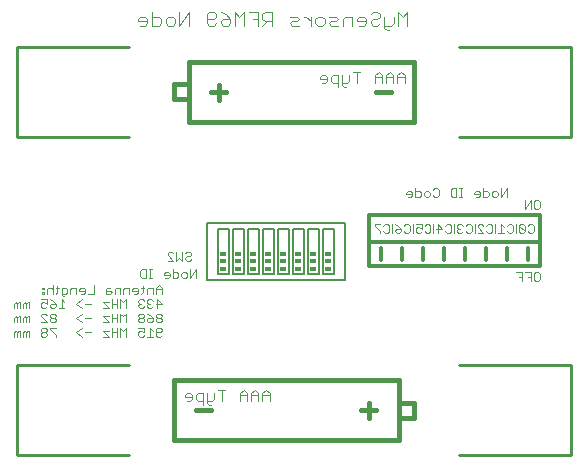
<source format=gbo>
G75*
%MOIN*%
%OFA0B0*%
%FSLAX25Y25*%
%IPPOS*%
%LPD*%
%AMOC8*
5,1,8,0,0,1.08239X$1,22.5*
%
%ADD10C,0.00400*%
%ADD11C,0.00300*%
%ADD12C,0.01200*%
%ADD13C,0.01000*%
%ADD14C,0.01600*%
%ADD15C,0.00800*%
%ADD16C,0.00700*%
%ADD17C,0.00600*%
%ADD18R,0.02000X0.01500*%
D10*
X0133694Y0156465D02*
X0134461Y0156465D01*
X0133694Y0156465D02*
X0132927Y0157233D01*
X0132927Y0161069D01*
X0131392Y0161069D02*
X0130625Y0160302D01*
X0129090Y0160302D01*
X0128323Y0159535D01*
X0128323Y0158767D01*
X0129090Y0158000D01*
X0130625Y0158000D01*
X0131392Y0158767D01*
X0132927Y0158000D02*
X0135229Y0158000D01*
X0135996Y0158767D01*
X0135996Y0161069D01*
X0137531Y0162604D02*
X0137531Y0158000D01*
X0140600Y0158000D02*
X0140600Y0162604D01*
X0139065Y0161069D01*
X0137531Y0162604D01*
X0131392Y0161837D02*
X0131392Y0161069D01*
X0131392Y0161837D02*
X0130625Y0162604D01*
X0129090Y0162604D01*
X0128323Y0161837D01*
X0126788Y0160302D02*
X0126788Y0158767D01*
X0126021Y0158000D01*
X0124486Y0158000D01*
X0123719Y0159535D02*
X0126788Y0159535D01*
X0126788Y0160302D02*
X0126021Y0161069D01*
X0124486Y0161069D01*
X0123719Y0160302D01*
X0123719Y0159535D01*
X0122184Y0158000D02*
X0122184Y0161069D01*
X0119882Y0161069D01*
X0119115Y0160302D01*
X0119115Y0158000D01*
X0117580Y0158000D02*
X0115278Y0158000D01*
X0114511Y0158767D01*
X0115278Y0159535D01*
X0116813Y0159535D01*
X0117580Y0160302D01*
X0116813Y0161069D01*
X0114511Y0161069D01*
X0112976Y0160302D02*
X0112976Y0158767D01*
X0112209Y0158000D01*
X0110674Y0158000D01*
X0109907Y0158767D01*
X0109907Y0160302D01*
X0110674Y0161069D01*
X0112209Y0161069D01*
X0112976Y0160302D01*
X0108373Y0161069D02*
X0108373Y0158000D01*
X0108373Y0159535D02*
X0106838Y0161069D01*
X0106071Y0161069D01*
X0104536Y0160302D02*
X0103769Y0159535D01*
X0102234Y0159535D01*
X0101467Y0158767D01*
X0102234Y0158000D01*
X0104536Y0158000D01*
X0104536Y0160302D02*
X0103769Y0161069D01*
X0101467Y0161069D01*
X0095328Y0159535D02*
X0093026Y0159535D01*
X0092259Y0160302D01*
X0092259Y0161837D01*
X0093026Y0162604D01*
X0095328Y0162604D01*
X0095328Y0158000D01*
X0093793Y0159535D02*
X0092259Y0158000D01*
X0090724Y0158000D02*
X0090724Y0162604D01*
X0087655Y0162604D01*
X0086120Y0162604D02*
X0084586Y0161069D01*
X0083051Y0162604D01*
X0083051Y0158000D01*
X0081516Y0158767D02*
X0080749Y0158000D01*
X0079214Y0158000D01*
X0078447Y0158767D01*
X0078447Y0159535D01*
X0079214Y0160302D01*
X0081516Y0160302D01*
X0081516Y0158767D01*
X0081516Y0160302D02*
X0079982Y0161837D01*
X0078447Y0162604D01*
X0076912Y0161837D02*
X0076912Y0161069D01*
X0076145Y0160302D01*
X0073843Y0160302D01*
X0073843Y0161837D02*
X0074610Y0162604D01*
X0076145Y0162604D01*
X0076912Y0161837D01*
X0076912Y0158767D02*
X0076145Y0158000D01*
X0074610Y0158000D01*
X0073843Y0158767D01*
X0073843Y0161837D01*
X0067705Y0162604D02*
X0067705Y0158000D01*
X0064635Y0158000D02*
X0064635Y0162604D01*
X0062333Y0161069D02*
X0063101Y0160302D01*
X0063101Y0158767D01*
X0062333Y0158000D01*
X0060799Y0158000D01*
X0060031Y0158767D01*
X0060031Y0160302D01*
X0060799Y0161069D01*
X0062333Y0161069D01*
X0058497Y0160302D02*
X0058497Y0158767D01*
X0057729Y0158000D01*
X0055427Y0158000D01*
X0055427Y0162604D01*
X0055427Y0161069D02*
X0057729Y0161069D01*
X0058497Y0160302D01*
X0053893Y0160302D02*
X0053893Y0158767D01*
X0053125Y0158000D01*
X0051591Y0158000D01*
X0050823Y0159535D02*
X0053893Y0159535D01*
X0053893Y0160302D02*
X0053125Y0161069D01*
X0051591Y0161069D01*
X0050823Y0160302D01*
X0050823Y0159535D01*
X0064635Y0158000D02*
X0067705Y0162604D01*
X0086120Y0162604D02*
X0086120Y0158000D01*
X0089190Y0160302D02*
X0090724Y0160302D01*
D11*
X0111399Y0140802D02*
X0111399Y0140184D01*
X0113868Y0140184D01*
X0113868Y0139567D02*
X0113868Y0140802D01*
X0113251Y0141419D01*
X0112016Y0141419D01*
X0111399Y0140802D01*
X0112016Y0138950D02*
X0113251Y0138950D01*
X0113868Y0139567D01*
X0115082Y0139567D02*
X0115082Y0140802D01*
X0115700Y0141419D01*
X0117551Y0141419D01*
X0117551Y0137716D01*
X0117551Y0138950D02*
X0115700Y0138950D01*
X0115082Y0139567D01*
X0118766Y0138950D02*
X0120617Y0138950D01*
X0121234Y0139567D01*
X0121234Y0141419D01*
X0122449Y0142653D02*
X0124917Y0142653D01*
X0123683Y0142653D02*
X0123683Y0138950D01*
X0120000Y0137716D02*
X0119383Y0137716D01*
X0118766Y0138333D01*
X0118766Y0141419D01*
X0129815Y0141419D02*
X0129815Y0138950D01*
X0129815Y0140802D02*
X0132284Y0140802D01*
X0132284Y0141419D02*
X0131049Y0142653D01*
X0129815Y0141419D01*
X0132284Y0141419D02*
X0132284Y0138950D01*
X0133498Y0138950D02*
X0133498Y0141419D01*
X0134732Y0142653D01*
X0135967Y0141419D01*
X0135967Y0138950D01*
X0137181Y0138950D02*
X0137181Y0141419D01*
X0138416Y0142653D01*
X0139650Y0141419D01*
X0139650Y0138950D01*
X0139650Y0140802D02*
X0137181Y0140802D01*
X0135967Y0140802D02*
X0133498Y0140802D01*
X0143232Y0103852D02*
X0143232Y0100950D01*
X0144683Y0100950D01*
X0145167Y0101434D01*
X0145167Y0102401D01*
X0144683Y0102885D01*
X0143232Y0102885D01*
X0142220Y0102401D02*
X0141737Y0102885D01*
X0140769Y0102885D01*
X0140285Y0102401D01*
X0140285Y0101917D01*
X0142220Y0101917D01*
X0142220Y0101434D02*
X0142220Y0102401D01*
X0142220Y0101434D02*
X0141737Y0100950D01*
X0140769Y0100950D01*
X0146179Y0101434D02*
X0146662Y0100950D01*
X0147630Y0100950D01*
X0148114Y0101434D01*
X0148114Y0102401D01*
X0147630Y0102885D01*
X0146662Y0102885D01*
X0146179Y0102401D01*
X0146179Y0101434D01*
X0149125Y0101434D02*
X0149609Y0100950D01*
X0150576Y0100950D01*
X0151060Y0101434D01*
X0151060Y0103369D01*
X0150576Y0103852D01*
X0149609Y0103852D01*
X0149125Y0103369D01*
X0155018Y0103369D02*
X0155018Y0101434D01*
X0155502Y0100950D01*
X0156953Y0100950D01*
X0156953Y0103852D01*
X0155502Y0103852D01*
X0155018Y0103369D01*
X0157950Y0103852D02*
X0158917Y0103852D01*
X0158434Y0103852D02*
X0158434Y0100950D01*
X0158917Y0100950D02*
X0157950Y0100950D01*
X0162875Y0101917D02*
X0164810Y0101917D01*
X0164810Y0101434D02*
X0164810Y0102401D01*
X0164327Y0102885D01*
X0163359Y0102885D01*
X0162875Y0102401D01*
X0162875Y0101917D01*
X0163359Y0100950D02*
X0164327Y0100950D01*
X0164810Y0101434D01*
X0165822Y0100950D02*
X0167273Y0100950D01*
X0167757Y0101434D01*
X0167757Y0102401D01*
X0167273Y0102885D01*
X0165822Y0102885D01*
X0165822Y0103852D02*
X0165822Y0100950D01*
X0168769Y0101434D02*
X0168769Y0102401D01*
X0169252Y0102885D01*
X0170220Y0102885D01*
X0170703Y0102401D01*
X0170703Y0101434D01*
X0170220Y0100950D01*
X0169252Y0100950D01*
X0168769Y0101434D01*
X0171715Y0100950D02*
X0171715Y0103852D01*
X0173650Y0103852D02*
X0171715Y0100950D01*
X0173650Y0100950D02*
X0173650Y0103852D01*
X0179769Y0099852D02*
X0179769Y0096950D01*
X0181703Y0099852D01*
X0181703Y0096950D01*
X0182715Y0097434D02*
X0182715Y0099369D01*
X0183199Y0099852D01*
X0184166Y0099852D01*
X0184650Y0099369D01*
X0184650Y0097434D01*
X0184166Y0096950D01*
X0183199Y0096950D01*
X0182715Y0097434D01*
X0182166Y0091852D02*
X0181199Y0091852D01*
X0180715Y0091369D01*
X0179703Y0091369D02*
X0179220Y0091852D01*
X0178252Y0091852D01*
X0177769Y0091369D01*
X0179703Y0089434D01*
X0179220Y0088950D01*
X0178252Y0088950D01*
X0177769Y0089434D01*
X0177769Y0091369D01*
X0176757Y0091852D02*
X0176757Y0088950D01*
X0175775Y0089434D02*
X0175291Y0088950D01*
X0174324Y0088950D01*
X0173840Y0089434D01*
X0172828Y0088950D02*
X0170893Y0088950D01*
X0171861Y0088950D02*
X0171861Y0091852D01*
X0172828Y0090885D01*
X0173840Y0091369D02*
X0174324Y0091852D01*
X0175291Y0091852D01*
X0175775Y0091369D01*
X0175775Y0089434D01*
X0179703Y0089434D02*
X0179703Y0091369D01*
X0180715Y0089434D02*
X0181199Y0088950D01*
X0182166Y0088950D01*
X0182650Y0089434D01*
X0182650Y0091369D01*
X0182166Y0091852D01*
X0169882Y0091852D02*
X0169882Y0088950D01*
X0168900Y0089434D02*
X0168416Y0088950D01*
X0167448Y0088950D01*
X0166965Y0089434D01*
X0165953Y0088950D02*
X0164018Y0088950D01*
X0163007Y0088950D02*
X0163007Y0091852D01*
X0162024Y0091369D02*
X0162024Y0089434D01*
X0161541Y0088950D01*
X0160573Y0088950D01*
X0160089Y0089434D01*
X0159078Y0089434D02*
X0158594Y0088950D01*
X0157627Y0088950D01*
X0157143Y0089434D01*
X0157143Y0089917D01*
X0157627Y0090401D01*
X0158110Y0090401D01*
X0157627Y0090401D02*
X0157143Y0090885D01*
X0157143Y0091369D01*
X0157627Y0091852D01*
X0158594Y0091852D01*
X0159078Y0091369D01*
X0160089Y0091369D02*
X0160573Y0091852D01*
X0161541Y0091852D01*
X0162024Y0091369D01*
X0164018Y0091369D02*
X0164018Y0090885D01*
X0165953Y0088950D01*
X0168900Y0089434D02*
X0168900Y0091369D01*
X0168416Y0091852D01*
X0167448Y0091852D01*
X0166965Y0091369D01*
X0165953Y0091369D02*
X0165469Y0091852D01*
X0164502Y0091852D01*
X0164018Y0091369D01*
X0156131Y0091852D02*
X0156131Y0088950D01*
X0155149Y0089434D02*
X0154665Y0088950D01*
X0153698Y0088950D01*
X0153214Y0089434D01*
X0152203Y0090401D02*
X0150268Y0090401D01*
X0150751Y0088950D02*
X0150751Y0091852D01*
X0152203Y0090401D01*
X0153214Y0091369D02*
X0153698Y0091852D01*
X0154665Y0091852D01*
X0155149Y0091369D01*
X0155149Y0089434D01*
X0149256Y0088950D02*
X0149256Y0091852D01*
X0148274Y0091369D02*
X0148274Y0089434D01*
X0147790Y0088950D01*
X0146823Y0088950D01*
X0146339Y0089434D01*
X0145327Y0089434D02*
X0144844Y0088950D01*
X0143876Y0088950D01*
X0143392Y0089434D01*
X0143392Y0090401D01*
X0143876Y0090885D01*
X0144360Y0090885D01*
X0145327Y0090401D01*
X0145327Y0091852D01*
X0143392Y0091852D01*
X0142381Y0091852D02*
X0142381Y0088950D01*
X0141399Y0089434D02*
X0140915Y0088950D01*
X0139948Y0088950D01*
X0139464Y0089434D01*
X0138452Y0089434D02*
X0137968Y0088950D01*
X0137001Y0088950D01*
X0136517Y0089434D01*
X0136517Y0089917D01*
X0137001Y0090401D01*
X0138452Y0090401D01*
X0138452Y0089434D01*
X0138452Y0090401D02*
X0137485Y0091369D01*
X0136517Y0091852D01*
X0135506Y0091852D02*
X0135506Y0088950D01*
X0134524Y0089434D02*
X0134040Y0088950D01*
X0133072Y0088950D01*
X0132589Y0089434D01*
X0131577Y0089434D02*
X0131577Y0088950D01*
X0131577Y0089434D02*
X0129642Y0091369D01*
X0129642Y0091852D01*
X0131577Y0091852D01*
X0132589Y0091369D02*
X0133072Y0091852D01*
X0134040Y0091852D01*
X0134524Y0091369D01*
X0134524Y0089434D01*
X0139464Y0091369D02*
X0139948Y0091852D01*
X0140915Y0091852D01*
X0141399Y0091369D01*
X0141399Y0089434D01*
X0146339Y0091369D02*
X0146823Y0091852D01*
X0147790Y0091852D01*
X0148274Y0091369D01*
X0176822Y0075852D02*
X0178757Y0075852D01*
X0178757Y0072950D01*
X0178757Y0074401D02*
X0177789Y0074401D01*
X0179769Y0075852D02*
X0181703Y0075852D01*
X0181703Y0072950D01*
X0182715Y0073434D02*
X0182715Y0075369D01*
X0183199Y0075852D01*
X0184166Y0075852D01*
X0184650Y0075369D01*
X0184650Y0073434D01*
X0184166Y0072950D01*
X0183199Y0072950D01*
X0182715Y0073434D01*
X0181703Y0074401D02*
X0180736Y0074401D01*
X0094650Y0035419D02*
X0094650Y0032950D01*
X0094650Y0034802D02*
X0092181Y0034802D01*
X0092181Y0035419D02*
X0092181Y0032950D01*
X0090967Y0032950D02*
X0090967Y0035419D01*
X0089732Y0036653D01*
X0088498Y0035419D01*
X0088498Y0032950D01*
X0087284Y0032950D02*
X0087284Y0035419D01*
X0086049Y0036653D01*
X0084815Y0035419D01*
X0084815Y0032950D01*
X0084815Y0034802D02*
X0087284Y0034802D01*
X0088498Y0034802D02*
X0090967Y0034802D01*
X0092181Y0035419D02*
X0093416Y0036653D01*
X0094650Y0035419D01*
X0079917Y0036653D02*
X0077449Y0036653D01*
X0078683Y0036653D02*
X0078683Y0032950D01*
X0076234Y0033567D02*
X0076234Y0035419D01*
X0073766Y0035419D02*
X0073766Y0032333D01*
X0074383Y0031716D01*
X0075000Y0031716D01*
X0075617Y0032950D02*
X0073766Y0032950D01*
X0072551Y0032950D02*
X0070700Y0032950D01*
X0070082Y0033567D01*
X0070082Y0034802D01*
X0070700Y0035419D01*
X0072551Y0035419D01*
X0072551Y0031716D01*
X0068868Y0033567D02*
X0068868Y0034802D01*
X0068251Y0035419D01*
X0067016Y0035419D01*
X0066399Y0034802D01*
X0066399Y0034184D01*
X0068868Y0034184D01*
X0068868Y0033567D02*
X0068251Y0032950D01*
X0067016Y0032950D01*
X0075617Y0032950D02*
X0076234Y0033567D01*
X0058204Y0054350D02*
X0057236Y0054350D01*
X0056752Y0054834D01*
X0056752Y0056769D01*
X0057236Y0057252D01*
X0058204Y0057252D01*
X0058687Y0056769D01*
X0058687Y0056285D01*
X0058204Y0055801D01*
X0056752Y0055801D01*
X0055741Y0056285D02*
X0054773Y0057252D01*
X0054773Y0054350D01*
X0053806Y0054350D02*
X0055741Y0054350D01*
X0058204Y0054350D02*
X0058687Y0054834D01*
X0058204Y0059150D02*
X0058687Y0059634D01*
X0058687Y0060117D01*
X0058204Y0060601D01*
X0057236Y0060601D01*
X0056752Y0060117D01*
X0056752Y0059634D01*
X0057236Y0059150D01*
X0058204Y0059150D01*
X0058204Y0060601D02*
X0058687Y0061085D01*
X0058687Y0061569D01*
X0058204Y0062052D01*
X0057236Y0062052D01*
X0056752Y0061569D01*
X0056752Y0061085D01*
X0057236Y0060601D01*
X0055741Y0060601D02*
X0054773Y0061569D01*
X0053806Y0062052D01*
X0052794Y0061569D02*
X0052794Y0061085D01*
X0052311Y0060601D01*
X0051343Y0060601D01*
X0050859Y0060117D01*
X0050859Y0059634D01*
X0051343Y0059150D01*
X0052311Y0059150D01*
X0052794Y0059634D01*
X0052794Y0060117D01*
X0052311Y0060601D01*
X0051343Y0060601D02*
X0050859Y0061085D01*
X0050859Y0061569D01*
X0051343Y0062052D01*
X0052311Y0062052D01*
X0052794Y0061569D01*
X0053806Y0060117D02*
X0054290Y0060601D01*
X0055741Y0060601D01*
X0055741Y0059634D01*
X0055257Y0059150D01*
X0054290Y0059150D01*
X0053806Y0059634D01*
X0053806Y0060117D01*
X0052794Y0057252D02*
X0050859Y0057252D01*
X0051343Y0056285D02*
X0050859Y0055801D01*
X0050859Y0054834D01*
X0051343Y0054350D01*
X0052311Y0054350D01*
X0052794Y0054834D01*
X0052794Y0055801D02*
X0051827Y0056285D01*
X0051343Y0056285D01*
X0052794Y0055801D02*
X0052794Y0057252D01*
X0046901Y0057252D02*
X0046901Y0054350D01*
X0044966Y0054350D02*
X0044966Y0057252D01*
X0045934Y0056285D01*
X0046901Y0057252D01*
X0046901Y0059150D02*
X0046901Y0062052D01*
X0045934Y0061085D01*
X0044966Y0062052D01*
X0044966Y0059150D01*
X0043955Y0059150D02*
X0043955Y0062052D01*
X0043955Y0060601D02*
X0042020Y0060601D01*
X0041008Y0061085D02*
X0039073Y0061085D01*
X0041008Y0059150D01*
X0039073Y0059150D01*
X0042020Y0059150D02*
X0042020Y0062052D01*
X0042020Y0063950D02*
X0042020Y0066852D01*
X0041008Y0065885D02*
X0039073Y0065885D01*
X0041008Y0063950D01*
X0039073Y0063950D01*
X0042020Y0065401D02*
X0043955Y0065401D01*
X0043955Y0063950D02*
X0043955Y0066852D01*
X0044966Y0066852D02*
X0044966Y0063950D01*
X0046901Y0063950D02*
X0046901Y0066852D01*
X0045934Y0065885D01*
X0044966Y0066852D01*
X0044937Y0068750D02*
X0044937Y0070685D01*
X0043486Y0070685D01*
X0043002Y0070201D01*
X0043002Y0068750D01*
X0041990Y0069234D02*
X0041507Y0069717D01*
X0040055Y0069717D01*
X0040055Y0070201D02*
X0040055Y0068750D01*
X0041507Y0068750D01*
X0041990Y0069234D01*
X0041507Y0070685D02*
X0040539Y0070685D01*
X0040055Y0070201D01*
X0036097Y0068750D02*
X0034162Y0068750D01*
X0033151Y0069234D02*
X0032667Y0068750D01*
X0031700Y0068750D01*
X0031216Y0069717D02*
X0033151Y0069717D01*
X0033151Y0069234D02*
X0033151Y0070201D01*
X0032667Y0070685D01*
X0031700Y0070685D01*
X0031216Y0070201D01*
X0031216Y0069717D01*
X0030204Y0068750D02*
X0030204Y0070685D01*
X0028753Y0070685D01*
X0028269Y0070201D01*
X0028269Y0068750D01*
X0027258Y0069234D02*
X0026774Y0068750D01*
X0025323Y0068750D01*
X0025323Y0068266D02*
X0025323Y0070685D01*
X0026774Y0070685D01*
X0027258Y0070201D01*
X0027258Y0069234D01*
X0026290Y0067783D02*
X0025807Y0067783D01*
X0025323Y0068266D01*
X0025308Y0066852D02*
X0025308Y0063950D01*
X0024341Y0063950D02*
X0026276Y0063950D01*
X0030234Y0065401D02*
X0032169Y0063950D01*
X0033180Y0065401D02*
X0035115Y0065401D01*
X0032169Y0066852D02*
X0030234Y0065401D01*
X0026276Y0065885D02*
X0025308Y0066852D01*
X0023329Y0065401D02*
X0021878Y0065401D01*
X0021394Y0064917D01*
X0021394Y0064434D01*
X0021878Y0063950D01*
X0022845Y0063950D01*
X0023329Y0064434D01*
X0023329Y0065401D01*
X0022362Y0066369D01*
X0021394Y0066852D01*
X0020383Y0066852D02*
X0020383Y0065401D01*
X0019415Y0065885D01*
X0018931Y0065885D01*
X0018448Y0065401D01*
X0018448Y0064434D01*
X0018931Y0063950D01*
X0019899Y0063950D01*
X0020383Y0064434D01*
X0020383Y0066852D02*
X0018448Y0066852D01*
X0018917Y0068750D02*
X0019400Y0068750D01*
X0019400Y0069234D01*
X0018917Y0069234D01*
X0018917Y0068750D01*
X0018917Y0070201D02*
X0019400Y0070201D01*
X0019400Y0070685D01*
X0018917Y0070685D01*
X0018917Y0070201D01*
X0020412Y0070201D02*
X0020412Y0068750D01*
X0020412Y0070201D02*
X0020896Y0070685D01*
X0021863Y0070685D01*
X0022347Y0070201D01*
X0023344Y0070685D02*
X0024311Y0070685D01*
X0023828Y0071169D02*
X0023828Y0069234D01*
X0023344Y0068750D01*
X0022347Y0068750D02*
X0022347Y0071652D01*
X0014490Y0065885D02*
X0014006Y0065885D01*
X0013522Y0065401D01*
X0013038Y0065885D01*
X0012555Y0065401D01*
X0012555Y0063950D01*
X0013522Y0063950D02*
X0013522Y0065401D01*
X0014490Y0065885D02*
X0014490Y0063950D01*
X0014490Y0061085D02*
X0014006Y0061085D01*
X0013522Y0060601D01*
X0013038Y0061085D01*
X0012555Y0060601D01*
X0012555Y0059150D01*
X0013522Y0059150D02*
X0013522Y0060601D01*
X0014490Y0061085D02*
X0014490Y0059150D01*
X0014490Y0056285D02*
X0014006Y0056285D01*
X0013522Y0055801D01*
X0013038Y0056285D01*
X0012555Y0055801D01*
X0012555Y0054350D01*
X0013522Y0054350D02*
X0013522Y0055801D01*
X0014490Y0056285D02*
X0014490Y0054350D01*
X0011543Y0054350D02*
X0011543Y0056285D01*
X0011059Y0056285D01*
X0010576Y0055801D01*
X0010092Y0056285D01*
X0009608Y0055801D01*
X0009608Y0054350D01*
X0010576Y0054350D02*
X0010576Y0055801D01*
X0010576Y0059150D02*
X0010576Y0060601D01*
X0010092Y0061085D01*
X0009608Y0060601D01*
X0009608Y0059150D01*
X0010576Y0060601D02*
X0011059Y0061085D01*
X0011543Y0061085D01*
X0011543Y0059150D01*
X0011543Y0063950D02*
X0011543Y0065885D01*
X0011059Y0065885D01*
X0010576Y0065401D01*
X0010092Y0065885D01*
X0009608Y0065401D01*
X0009608Y0063950D01*
X0010576Y0063950D02*
X0010576Y0065401D01*
X0018448Y0061569D02*
X0018931Y0062052D01*
X0019899Y0062052D01*
X0020383Y0061569D01*
X0021394Y0061569D02*
X0021394Y0061085D01*
X0021878Y0060601D01*
X0022845Y0060601D01*
X0023329Y0061085D01*
X0023329Y0061569D01*
X0022845Y0062052D01*
X0021878Y0062052D01*
X0021394Y0061569D01*
X0021878Y0060601D02*
X0021394Y0060117D01*
X0021394Y0059634D01*
X0021878Y0059150D01*
X0022845Y0059150D01*
X0023329Y0059634D01*
X0023329Y0060117D01*
X0022845Y0060601D01*
X0020383Y0059150D02*
X0018448Y0061085D01*
X0018448Y0061569D01*
X0018448Y0059150D02*
X0020383Y0059150D01*
X0019899Y0057252D02*
X0018931Y0057252D01*
X0018448Y0056769D01*
X0018448Y0056285D01*
X0018931Y0055801D01*
X0019899Y0055801D01*
X0020383Y0056285D01*
X0020383Y0056769D01*
X0019899Y0057252D01*
X0019899Y0055801D02*
X0020383Y0055317D01*
X0020383Y0054834D01*
X0019899Y0054350D01*
X0018931Y0054350D01*
X0018448Y0054834D01*
X0018448Y0055317D01*
X0018931Y0055801D01*
X0021394Y0056769D02*
X0023329Y0054834D01*
X0023329Y0054350D01*
X0023329Y0057252D02*
X0021394Y0057252D01*
X0021394Y0056769D01*
X0030234Y0055801D02*
X0032169Y0054350D01*
X0033180Y0055801D02*
X0035115Y0055801D01*
X0032169Y0057252D02*
X0030234Y0055801D01*
X0032169Y0059150D02*
X0030234Y0060601D01*
X0032169Y0062052D01*
X0033180Y0060601D02*
X0035115Y0060601D01*
X0039073Y0056285D02*
X0041008Y0054350D01*
X0039073Y0054350D01*
X0039073Y0056285D02*
X0041008Y0056285D01*
X0042020Y0055801D02*
X0043955Y0055801D01*
X0043955Y0054350D02*
X0043955Y0057252D01*
X0042020Y0057252D02*
X0042020Y0054350D01*
X0051343Y0063950D02*
X0052311Y0063950D01*
X0052794Y0064434D01*
X0053806Y0064434D02*
X0054290Y0063950D01*
X0055257Y0063950D01*
X0055741Y0064434D01*
X0054773Y0065401D02*
X0054290Y0065401D01*
X0053806Y0064917D01*
X0053806Y0064434D01*
X0054290Y0065401D02*
X0053806Y0065885D01*
X0053806Y0066369D01*
X0054290Y0066852D01*
X0055257Y0066852D01*
X0055741Y0066369D01*
X0056752Y0065401D02*
X0058687Y0065401D01*
X0057236Y0066852D01*
X0057236Y0063950D01*
X0052794Y0066369D02*
X0052311Y0066852D01*
X0051343Y0066852D01*
X0050859Y0066369D01*
X0050859Y0065885D01*
X0051343Y0065401D01*
X0050859Y0064917D01*
X0050859Y0064434D01*
X0051343Y0063950D01*
X0051343Y0065401D02*
X0051827Y0065401D01*
X0051827Y0068750D02*
X0052311Y0069234D01*
X0052311Y0071169D01*
X0052794Y0070685D02*
X0051827Y0070685D01*
X0050830Y0070201D02*
X0050346Y0070685D01*
X0049379Y0070685D01*
X0048895Y0070201D01*
X0048895Y0069717D01*
X0050830Y0069717D01*
X0050830Y0069234D02*
X0050830Y0070201D01*
X0050830Y0069234D02*
X0050346Y0068750D01*
X0049379Y0068750D01*
X0047883Y0068750D02*
X0047883Y0070685D01*
X0046432Y0070685D01*
X0045948Y0070201D01*
X0045948Y0068750D01*
X0051518Y0074434D02*
X0052002Y0073950D01*
X0053453Y0073950D01*
X0053453Y0076852D01*
X0052002Y0076852D01*
X0051518Y0076369D01*
X0051518Y0074434D01*
X0054450Y0073950D02*
X0055417Y0073950D01*
X0054934Y0073950D02*
X0054934Y0076852D01*
X0055417Y0076852D02*
X0054450Y0076852D01*
X0059375Y0075401D02*
X0059375Y0074917D01*
X0061310Y0074917D01*
X0061310Y0074434D02*
X0061310Y0075401D01*
X0060827Y0075885D01*
X0059859Y0075885D01*
X0059375Y0075401D01*
X0059859Y0073950D02*
X0060827Y0073950D01*
X0061310Y0074434D01*
X0062322Y0073950D02*
X0063773Y0073950D01*
X0064257Y0074434D01*
X0064257Y0075401D01*
X0063773Y0075885D01*
X0062322Y0075885D01*
X0062322Y0076852D02*
X0062322Y0073950D01*
X0065269Y0074434D02*
X0065752Y0073950D01*
X0066720Y0073950D01*
X0067203Y0074434D01*
X0067203Y0075401D01*
X0066720Y0075885D01*
X0065752Y0075885D01*
X0065269Y0075401D01*
X0065269Y0074434D01*
X0068215Y0073950D02*
X0068215Y0076852D01*
X0070150Y0076852D02*
X0068215Y0073950D01*
X0070150Y0073950D02*
X0070150Y0076852D01*
X0068006Y0079750D02*
X0068490Y0080234D01*
X0068006Y0079750D02*
X0067038Y0079750D01*
X0066555Y0080234D01*
X0066555Y0080717D01*
X0067038Y0081201D01*
X0068006Y0081201D01*
X0068490Y0081685D01*
X0068490Y0082169D01*
X0068006Y0082652D01*
X0067038Y0082652D01*
X0066555Y0082169D01*
X0065543Y0082652D02*
X0065543Y0079750D01*
X0064576Y0080717D01*
X0063608Y0079750D01*
X0063608Y0082652D01*
X0062597Y0082169D02*
X0062113Y0082652D01*
X0061145Y0082652D01*
X0060662Y0082169D01*
X0060662Y0081685D01*
X0062597Y0079750D01*
X0060662Y0079750D01*
X0057720Y0071652D02*
X0056752Y0070685D01*
X0056752Y0068750D01*
X0055741Y0068750D02*
X0055741Y0070685D01*
X0054290Y0070685D01*
X0053806Y0070201D01*
X0053806Y0068750D01*
X0056752Y0070201D02*
X0058687Y0070201D01*
X0058687Y0070685D02*
X0057720Y0071652D01*
X0058687Y0070685D02*
X0058687Y0068750D01*
X0036097Y0068750D02*
X0036097Y0071652D01*
D12*
X0127800Y0077800D02*
X0127800Y0085800D01*
X0184800Y0085800D01*
X0184800Y0077800D01*
X0127800Y0077800D01*
X0131800Y0079800D02*
X0131800Y0083800D01*
X0127800Y0085800D02*
X0127800Y0094800D01*
X0184800Y0094800D01*
X0184800Y0085800D01*
X0180800Y0083800D02*
X0180800Y0079800D01*
X0173800Y0079800D02*
X0173800Y0083800D01*
X0166800Y0083800D02*
X0166800Y0079800D01*
X0159800Y0079800D02*
X0159800Y0083800D01*
X0152800Y0083800D02*
X0152800Y0079800D01*
X0145800Y0079800D02*
X0145800Y0083800D01*
X0138800Y0083800D02*
X0138800Y0079800D01*
D13*
X0010500Y0044800D02*
X0010500Y0014800D01*
X0047800Y0014800D01*
X0047800Y0044800D02*
X0010500Y0044800D01*
X0010500Y0120800D02*
X0047800Y0120800D01*
X0047800Y0150800D02*
X0010500Y0150800D01*
X0010500Y0120800D01*
X0157800Y0120800D02*
X0195100Y0120800D01*
X0195100Y0150800D01*
X0157800Y0150800D01*
X0157800Y0044800D02*
X0195100Y0044800D01*
X0195100Y0014800D01*
X0157800Y0014800D01*
D14*
X0142800Y0027100D02*
X0137800Y0027100D01*
X0137800Y0019800D01*
X0062800Y0019800D01*
X0062800Y0039800D01*
X0137800Y0039800D01*
X0137800Y0032100D01*
X0142800Y0032100D01*
X0142800Y0027100D01*
X0137800Y0027100D02*
X0137800Y0032100D01*
X0130300Y0029800D02*
X0125300Y0029800D01*
X0127800Y0032300D02*
X0127800Y0027300D01*
X0075300Y0029800D02*
X0070300Y0029800D01*
X0067800Y0125800D02*
X0067800Y0133500D01*
X0062800Y0133500D01*
X0062800Y0138500D01*
X0067800Y0138500D01*
X0067800Y0145800D01*
X0142800Y0145800D01*
X0142800Y0125800D01*
X0067800Y0125800D01*
X0067800Y0133500D02*
X0067800Y0138500D01*
X0075300Y0135800D02*
X0080300Y0135800D01*
X0077800Y0133300D02*
X0077800Y0138300D01*
X0130300Y0135800D02*
X0135300Y0135800D01*
D15*
X0119800Y0092300D02*
X0119800Y0089300D01*
X0119800Y0076300D01*
X0119800Y0073300D01*
X0073800Y0073300D01*
X0073800Y0076300D01*
X0073800Y0089300D01*
X0073800Y0092300D01*
X0119800Y0092300D01*
D16*
X0116100Y0090300D02*
X0112500Y0090300D01*
X0112500Y0075300D01*
X0111100Y0075300D02*
X0111100Y0090300D01*
X0107500Y0090300D01*
X0107500Y0075300D01*
X0106100Y0075300D02*
X0106100Y0090300D01*
X0102500Y0090300D01*
X0102500Y0075300D01*
X0101100Y0075300D02*
X0101100Y0090300D01*
X0097500Y0090300D01*
X0097500Y0075300D01*
X0096100Y0075300D02*
X0096100Y0090300D01*
X0092500Y0090300D01*
X0092500Y0075300D01*
X0091100Y0075300D02*
X0091100Y0090300D01*
X0087500Y0090300D01*
X0087500Y0075300D01*
X0086100Y0075300D02*
X0086100Y0090300D01*
X0082500Y0090300D01*
X0082500Y0075300D01*
X0081100Y0075300D02*
X0081100Y0090300D01*
X0077500Y0090300D01*
X0077500Y0075300D01*
X0116100Y0075300D02*
X0116100Y0090300D01*
D17*
X0116100Y0075300D02*
X0112500Y0075300D01*
X0111100Y0075300D02*
X0107500Y0075300D01*
X0106100Y0075300D02*
X0102500Y0075300D01*
X0101100Y0075300D02*
X0097500Y0075300D01*
X0096100Y0075300D02*
X0092500Y0075300D01*
X0091100Y0075300D02*
X0087500Y0075300D01*
X0086100Y0075300D02*
X0082500Y0075300D01*
X0081100Y0075300D02*
X0077500Y0075300D01*
D18*
X0079300Y0077050D03*
X0079300Y0079550D03*
X0079300Y0082050D03*
X0084300Y0082050D03*
X0084300Y0079550D03*
X0084300Y0077050D03*
X0089300Y0077050D03*
X0089300Y0079550D03*
X0089300Y0082050D03*
X0094300Y0082050D03*
X0094300Y0079550D03*
X0094300Y0077050D03*
X0099300Y0077050D03*
X0099300Y0079550D03*
X0099300Y0082050D03*
X0104300Y0082050D03*
X0104300Y0079550D03*
X0104300Y0077050D03*
X0109300Y0077050D03*
X0109300Y0079550D03*
X0109300Y0082050D03*
X0114300Y0082050D03*
X0114300Y0079550D03*
X0114300Y0077050D03*
M02*

</source>
